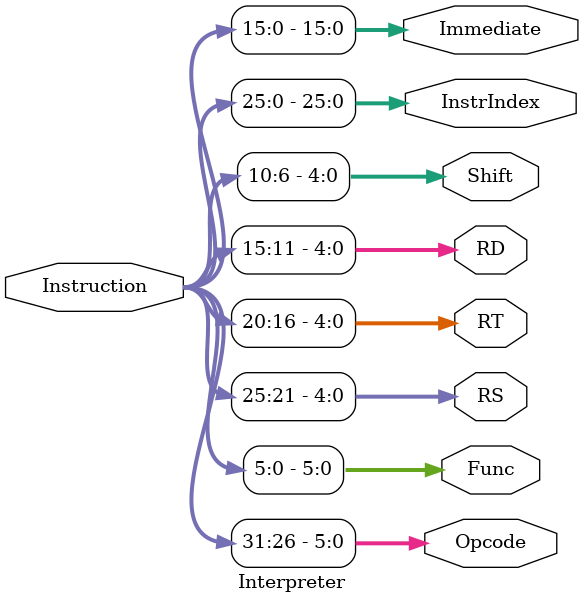
<source format=v>
`timescale 1ns / 1ps
module Interpreter(
    input [31:0] Instruction,
    output [5:0] Opcode,
    output [5:0] Func,
    output [4:0] RS,
    output [4:0] RT,
    output [4:0] RD,
    output [4:0] Shift,
    output [25:0] InstrIndex,
	 output [15:0] Immediate
    );
	assign Opcode = 		Instruction[31:26];
	assign Func = 			Instruction[5:0];
	assign RS = 			Instruction[25:21];
	assign RT = 			Instruction[20:16];
	assign RD = 			Instruction[15:11];
	assign Shift = 		Instruction[10:6];
	assign InstrIndex = 	Instruction[25:0];
	assign Immediate = 	Instruction[15:0];

endmodule

</source>
